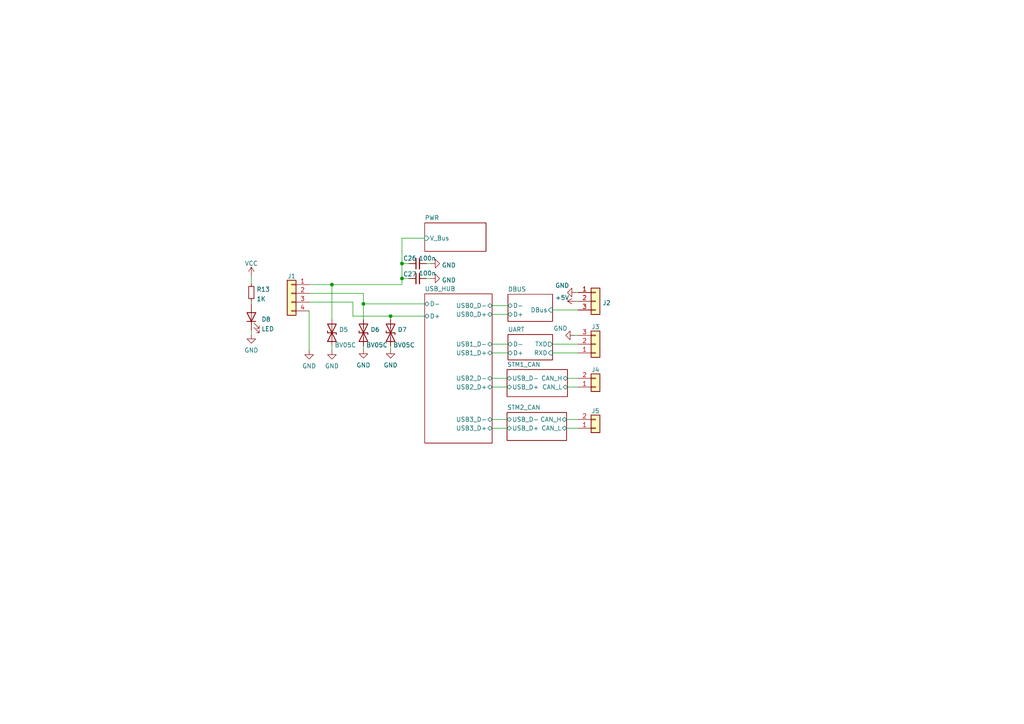
<source format=kicad_sch>
(kicad_sch (version 20211123) (generator eeschema)
  (paper "A4")
  (lib_symbols
    (symbol "Connector_Generic:Conn_01x02" (pin_names (offset 1.016) hide)
      (property "Reference" "J" (at 0 2.54 0))
      (property "Value" "Conn_01x02" (at 0 -5.08 0))
      (symbol "Conn_01x02_1_1"
        (rectangle (start -1.27 -2.413) (end 0 -2.667) (stroke (width 0.1524)))
        (rectangle (start -1.27 0.127) (end 0 -0.127) (stroke (width 0.1524)))
        (rectangle (start -1.27 1.27) (end 1.27 -3.81) (stroke (width 0.254)) (fill (type background)))
        (pin passive line (at -5.08 0 0) (length 3.81) (name "Pin_1") (number "1"))
        (pin passive line (at -5.08 -2.54 0) (length 3.81) (name "Pin_2") (number "2"))
      )
    )
    (symbol "Connector_Generic:Conn_01x03" (pin_names (offset 1.016) hide)
      (property "Reference" "J" (at 0 5.08 0))
      (property "Value" "Conn_01x03" (at 0 -5.08 0))
      (symbol "Conn_01x03_1_1"
        (rectangle (start -1.27 -2.413) (end 0 -2.667) (stroke (width 0.1524)))
        (rectangle (start -1.27 0.127) (end 0 -0.127) (stroke (width 0.1524)))
        (rectangle (start -1.27 2.667) (end 0 2.413) (stroke (width 0.1524)))
        (rectangle (start -1.27 3.81) (end 1.27 -3.81) (stroke (width 0.254)) (fill (type background)))
        (pin passive line (at -5.08 2.54 0) (length 3.81) (name "Pin_1") (number "1"))
        (pin passive line (at -5.08 0 0) (length 3.81) (name "Pin_2") (number "2"))
        (pin passive line (at -5.08 -2.54 0) (length 3.81) (name "Pin_3") (number "3"))
      )
    )
    (symbol "Connector_Generic:Conn_01x04" (pin_names (offset 1.016) hide)
      (property "Reference" "J" (at 0 5.08 0))
      (property "Value" "Conn_01x04" (at 0 -7.62 0))
      (symbol "Conn_01x04_1_1"
        (rectangle (start -1.27 -4.953) (end 0 -5.207) (stroke (width 0.1524)))
        (rectangle (start -1.27 -2.413) (end 0 -2.667) (stroke (width 0.1524)))
        (rectangle (start -1.27 0.127) (end 0 -0.127) (stroke (width 0.1524)))
        (rectangle (start -1.27 2.667) (end 0 2.413) (stroke (width 0.1524)))
        (rectangle (start -1.27 3.81) (end 1.27 -6.35) (stroke (width 0.254)) (fill (type background)))
        (pin passive line (at -5.08 2.54 0) (length 3.81) (name "Pin_1") (number "1"))
        (pin passive line (at -5.08 0 0) (length 3.81) (name "Pin_2") (number "2"))
        (pin passive line (at -5.08 -2.54 0) (length 3.81) (name "Pin_3") (number "3"))
        (pin passive line (at -5.08 -5.08 0) (length 3.81) (name "Pin_4") (number "4"))
      )
    )
    (symbol "Device:C_Small" (pin_numbers hide) (pin_names (offset 0.254) hide)
      (property "Reference" "C" (at 0.254 1.778 0))
      (property "Value" "C_Small" (at 0.254 -2.032 0))
      (symbol "C_Small_0_1"
        (polyline (pts (xy -1.524 -0.508) (xy 1.524 -0.508)) (stroke (width 0.3302)))
        (polyline (pts (xy -1.524 0.508) (xy 1.524 0.508)) (stroke (width 0.3048)))
      )
      (symbol "C_Small_1_1"
        (pin passive line (at 0 2.54 270) (length 2.032) (name "~") (number "1"))
        (pin passive line (at 0 -2.54 90) (length 2.032) (name "~") (number "2"))
      )
    )
    (symbol "Device:D_TVS" (pin_numbers hide) (pin_names (offset 1.016) hide)
      (property "Reference" "D" (at 0 2.54 0))
      (property "Value" "D_TVS" (at 0 -2.54 0))
      (symbol "D_TVS_0_1"
        (polyline (pts (xy 1.27 0) (xy -1.27 0)))
        (polyline (pts (xy 0.508 1.27) (xy 0 1.27) (xy 0 -1.27) (xy -0.508 -1.27)) (stroke (width 0.254)))
        (polyline (pts (xy -2.54 1.27) (xy -2.54 -1.27) (xy 2.54 1.27) (xy 2.54 -1.27) (xy -2.54 1.27)) (stroke (width 0.254)))
      )
      (symbol "D_TVS_1_1"
        (pin passive line (at -3.81 0 0) (length 2.54) (name "A1") (number "1"))
        (pin passive line (at 3.81 0 180) (length 2.54) (name "A2") (number "2"))
      )
    )
    (symbol "Device:LED" (pin_numbers hide) (pin_names (offset 1.016) hide)
      (property "Reference" "D" (at 0 2.54 0))
      (property "Value" "LED" (at 0 -2.54 0))
      (symbol "LED_0_1"
        (polyline (pts (xy -1.27 -1.27) (xy -1.27 1.27)) (stroke (width 0.254)))
        (polyline (pts (xy -1.27 0) (xy 1.27 0)))
        (polyline (pts (xy 1.27 -1.27) (xy 1.27 1.27) (xy -1.27 0) (xy 1.27 -1.27)) (stroke (width 0.254)))
        (polyline (pts (xy -3.048 -0.762) (xy -4.572 -2.286) (xy -3.81 -2.286) (xy -4.572 -2.286) (xy -4.572 -1.524)))
        (polyline (pts (xy -1.778 -0.762) (xy -3.302 -2.286) (xy -2.54 -2.286) (xy -3.302 -2.286) (xy -3.302 -1.524)))
      )
      (symbol "LED_1_1"
        (pin passive line (at -3.81 0 0) (length 2.54) (name "K") (number "1"))
        (pin passive line (at 3.81 0 180) (length 2.54) (name "A") (number "2"))
      )
    )
    (symbol "Device:R_Small" (pin_numbers hide) (pin_names (offset 0.254) hide)
      (property "Reference" "R" (at 0.762 0.508 0))
      (property "Value" "R_Small" (at 0.762 -1.016 0))
      (symbol "R_Small_0_1"
        (rectangle (start -0.762 1.778) (end 0.762 -1.778) (stroke (width 0.2032)))
      )
      (symbol "R_Small_1_1"
        (pin passive line (at 0 2.54 270) (length 0.762) (name "~") (number "1"))
        (pin passive line (at 0 -2.54 90) (length 0.762) (name "~") (number "2"))
      )
    )
    (symbol "power:+5V" (power) (pin_names (offset 0))
      (property "Value" "+5V" (at 0 3.556 0))
      (symbol "+5V_0_1"
        (polyline (pts (xy -0.762 1.27) (xy 0 2.54)))
        (polyline (pts (xy 0 0) (xy 0 2.54)))
        (polyline (pts (xy 0 2.54) (xy 0.762 1.27)))
      )
      (symbol "+5V_1_1"
        (pin power_in line (at 0 0 90) (length 0) hide (name "+5V") (number "1"))
      )
    )
    (symbol "power:GND" (power) (pin_names (offset 0))
      (property "Value" "GND" (at 0 -3.81 0))
      (symbol "GND_0_1"
        (polyline (pts (xy 0 0) (xy 0 -1.27) (xy 1.27 -1.27) (xy 0 -2.54) (xy -1.27 -1.27) (xy 0 -1.27)))
      )
      (symbol "GND_1_1"
        (pin power_in line (at 0 0 270) (length 0) hide (name "GND") (number "1"))
      )
    )
    (symbol "power:VCC" (power) (pin_names (offset 0))
      (property "Value" "VCC" (at 0 3.81 0))
      (symbol "VCC_0_1"
        (polyline (pts (xy -0.762 1.27) (xy 0 2.54)))
        (polyline (pts (xy 0 0) (xy 0 2.54)))
        (polyline (pts (xy 0 2.54) (xy 0.762 1.27)))
      )
      (symbol "VCC_1_1"
        (pin power_in line (at 0 0 90) (length 0) hide (name "VCC") (number "1"))
      )
    )
  )
  (junction (at 116.586 80.772))
  (junction (at 96.266 82.55))
  (junction (at 105.41 88.138))
  (junction (at 113.284 91.694))
  (junction (at 116.586 76.454))
  (wire (pts (xy 116.586 80.772) (xy 118.618 80.772)))
  (wire (pts (xy 105.41 88.138) (xy 123.19 88.138)))
  (wire (pts (xy 142.748 88.646) (xy 147.32 88.646)))
  (wire (pts (xy 164.592 112.268) (xy 167.64 112.268)))
  (wire (pts (xy 96.266 82.55) (xy 116.586 82.55)))
  (wire (pts (xy 89.662 85.09) (xy 105.41 85.09)))
  (wire (pts (xy 96.266 82.55) (xy 96.266 92.71)))
  (wire (pts (xy 89.662 87.63) (xy 102.362 87.63)))
  (wire (pts (xy 89.662 82.55) (xy 96.266 82.55)))
  (wire (pts (xy 142.748 124.206) (xy 147.066 124.206)))
  (wire (pts (xy 167.132 87.376) (xy 167.64 87.376)))
  (wire (pts (xy 116.586 69.088) (xy 116.586 76.454)))
  (wire (pts (xy 164.592 109.728) (xy 167.64 109.728)))
  (wire (pts (xy 105.41 88.138) (xy 105.41 92.71)))
  (wire (pts (xy 102.362 91.694) (xy 113.284 91.694)))
  (wire (pts (xy 89.662 90.17) (xy 89.662 101.6)))
  (wire (pts (xy 160.274 89.916) (xy 167.64 89.916)))
  (wire (pts (xy 116.586 69.088) (xy 123.19 69.088)))
  (wire (pts (xy 166.624 97.282) (xy 167.64 97.282)))
  (wire (pts (xy 72.898 95.758) (xy 72.898 97.028)))
  (wire (pts (xy 113.284 100.33) (xy 113.284 101.346)))
  (wire (pts (xy 105.41 85.09) (xy 105.41 88.138)))
  (wire (pts (xy 113.284 91.694) (xy 123.19 91.694)))
  (wire (pts (xy 113.284 91.694) (xy 113.284 92.71)))
  (wire (pts (xy 123.698 76.454) (xy 124.968 76.454)))
  (wire (pts (xy 72.898 87.376) (xy 72.898 88.138)))
  (wire (pts (xy 142.748 91.186) (xy 147.32 91.186)))
  (wire (pts (xy 142.748 109.728) (xy 147.066 109.728)))
  (wire (pts (xy 164.338 121.666) (xy 167.64 121.666)))
  (wire (pts (xy 116.586 76.454) (xy 116.586 80.772)))
  (wire (pts (xy 164.338 124.206) (xy 167.64 124.206)))
  (wire (pts (xy 96.266 100.33) (xy 96.266 101.6)))
  (wire (pts (xy 160.274 99.822) (xy 167.64 99.822)))
  (wire (pts (xy 160.274 102.362) (xy 167.64 102.362)))
  (wire (pts (xy 102.362 87.63) (xy 102.362 91.694)))
  (wire (pts (xy 72.898 80.01) (xy 72.898 82.296)))
  (wire (pts (xy 116.586 82.55) (xy 116.586 80.772)))
  (wire (pts (xy 142.748 112.268) (xy 147.066 112.268)))
  (wire (pts (xy 105.41 100.33) (xy 105.41 101.346)))
  (wire (pts (xy 116.586 76.454) (xy 118.618 76.454)))
  (wire (pts (xy 167.132 84.836) (xy 167.64 84.836)))
  (wire (pts (xy 123.698 80.772) (xy 124.968 80.772)))
  (wire (pts (xy 142.748 102.362) (xy 147.32 102.362)))
  (wire (pts (xy 142.748 121.666) (xy 147.066 121.666)))
  (wire (pts (xy 142.748 99.822) (xy 147.32 99.822)))
  (symbol (lib_id "power:GND") (at 166.624 97.282 270) (unit 1)
    (property "Reference" "#PWR029" (effects hide))
    (property "Value" "GND" (at 164.592 95.25 90) (effects (justify right)))
  )
  (symbol (lib_id "power:GND") (at 113.284 101.346 0) (unit 1)
    (property "Reference" "#PWR031" (effects hide))
    (property "Value" "GND" (at 113.284 105.9085 0))
  )
  (symbol (lib_id "Device:R_Small") (at 72.898 84.836 0) (unit 1)
    (property "Reference" "R13" (at 74.3966 83.9275 0) (effects (justify left)))
    (property "Value" "1K" (at 74.3966 86.7026 0) (effects (justify left)))
    (property "Footprint" "Resistor_SMD:R_0603_1608Metric" (effects hide))
  )
  (symbol (lib_id "power:GND") (at 72.898 97.028 0) (unit 1)
    (property "Reference" "#PWR034" (effects hide))
    (property "Value" "GND" (at 72.898 101.5905 0))
  )
  (symbol (lib_id "Device:D_TVS") (at 105.41 96.52 90) (unit 1)
    (property "Reference" "D6" (at 107.442 95.6115 90) (effects (justify right)))
    (property "Value" "BV05C" (at 106.172 100.076 90) (effects (justify right)))
    (property "Footprint" "Diode_SMD:D_SOD-323" (effects hide))
  )
  (symbol (lib_id "Connector_Generic:Conn_01x04") (at 84.582 85.09 0) (mirror y) (unit 1)
    (property "Reference" "J1" (at 84.582 80.0885 0))
    (property "Value" "Conn_01x04" (effects hide))
    (property "Footprint" "Connector_Molex:Molex_Panelmate_53780-0470_1x04-1MP_P1.25mm_Horizontal" (effects hide))
  )
  (symbol (lib_id "Device:C_Small") (at 121.158 80.772 90) (unit 1)
    (property "Reference" "C27" (at 118.872 79.502 90))
    (property "Value" "100n" (at 123.952 79.248 90))
    (property "Footprint" "Capacitor_SMD:C_0603_1608Metric" (effects hide))
  )
  (symbol (lib_id "power:+5V") (at 167.132 87.376 90) (unit 1)
    (property "Reference" "#PWR028" (effects hide))
    (property "Value" "+5V" (at 165.1 86.36 90) (effects (justify left)))
  )
  (symbol (lib_id "power:GND") (at 105.41 101.346 0) (unit 1)
    (property "Reference" "#PWR030" (effects hide))
    (property "Value" "GND" (at 105.41 105.9085 0))
  )
  (symbol (lib_id "Connector_Generic:Conn_01x03") (at 172.72 99.822 0) (mirror x) (unit 1)
    (property "Reference" "J3" (at 172.72 94.8205 0))
    (property "Value" "Conn_01x03" (effects hide))
    (property "Footprint" "Connector_JST:JST_GH_SM03B-GHS-TB_1x03-1MP_P1.25mm_Horizontal" (effects hide))
  )
  (symbol (lib_id "power:GND") (at 124.968 76.454 90) (unit 1)
    (property "Reference" "#PWR025" (effects hide))
    (property "Value" "GND" (at 128.143 76.933 90) (effects (justify right)))
  )
  (symbol (lib_id "power:GND") (at 89.662 101.6 0) (unit 1)
    (property "Reference" "#PWR0131" (effects hide))
    (property "Value" "GND" (at 89.662 106.1625 0))
  )
  (symbol (lib_id "Connector_Generic:Conn_01x02") (at 172.72 124.206 0) (mirror x) (unit 1)
    (property "Reference" "J5" (at 172.72 119.2045 0))
    (property "Value" "Conn_01x02" (effects hide))
    (property "Footprint" "Connector_JST:JST_GH_SM02B-GHS-TB_1x02-1MP_P1.25mm_Horizontal" (effects hide))
  )
  (symbol (lib_id "Connector_Generic:Conn_01x02") (at 172.72 112.268 0) (mirror x) (unit 1)
    (property "Reference" "J4" (at 172.72 107.2665 0))
    (property "Value" "Conn_01x02" (effects hide))
    (property "Footprint" "Connector_JST:JST_GH_SM02B-GHS-TB_1x02-1MP_P1.25mm_Horizontal" (effects hide))
  )
  (symbol (lib_id "Device:D_TVS") (at 96.266 96.52 90) (unit 1)
    (property "Reference" "D5" (at 98.298 95.6115 90) (effects (justify right)))
    (property "Value" "BV05C" (at 97.028 100.076 90) (effects (justify right)))
    (property "Footprint" "Diode_SMD:D_SOD-323" (effects hide))
  )
  (symbol (lib_id "Device:C_Small") (at 121.158 76.454 90) (unit 1)
    (property "Reference" "C26" (at 118.872 74.93 90))
    (property "Value" "100n" (at 123.952 74.93 90))
    (property "Footprint" "Capacitor_SMD:C_0603_1608Metric" (effects hide))
  )
  (symbol (lib_id "power:GND") (at 96.266 101.6 0) (unit 1)
    (property "Reference" "#PWR032" (effects hide))
    (property "Value" "GND" (at 96.266 106.1625 0))
  )
  (symbol (lib_id "power:GND") (at 124.968 80.772 90) (unit 1)
    (property "Reference" "#PWR026" (effects hide))
    (property "Value" "GND" (at 128.143 81.251 90) (effects (justify right)))
  )
  (symbol (lib_id "power:GND") (at 167.132 84.836 270) (unit 1)
    (property "Reference" "#PWR027" (effects hide))
    (property "Value" "GND" (at 165.1 82.804 90) (effects (justify right)))
  )
  (symbol (lib_id "power:VCC") (at 72.898 80.01 0) (unit 1)
    (property "Reference" "#PWR033" (effects hide))
    (property "Value" "VCC" (at 72.898 76.4055 0))
  )
  (symbol (lib_id "Device:D_TVS") (at 113.284 96.52 90) (unit 1)
    (property "Reference" "D7" (at 115.316 95.6115 90) (effects (justify right)))
    (property "Value" "BV05C" (at 114.046 100.076 90) (effects (justify right)))
    (property "Footprint" "Diode_SMD:D_SOD-323" (effects hide))
  )
  (symbol (lib_id "Connector_Generic:Conn_01x03") (at 172.72 87.376 0) (unit 1)
    (property "Reference" "J2" (at 174.752 87.855 0) (effects (justify left)))
    (property "Value" "Conn_01x03" (effects hide))
    (property "Footprint" "Connector_JST:JST_GH_SM03B-GHS-TB_1x03-1MP_P1.25mm_Horizontal" (effects hide))
  )
  (symbol (lib_id "Device:LED") (at 72.898 91.948 90) (unit 1)
    (property "Reference" "D8" (at 75.819 92.627 90) (effects (justify right)))
    (property "Value" "LED" (at 75.819 95.4021 90) (effects (justify right)))
    (property "Footprint" "LED_SMD:LED_0603_1608Metric" (effects hide))
  )
  (sheet (at 147.32 97.028) (size 12.954 7.366) (stroke (width 0.1524))
    (property "Sheet name" "UART" (at 147.32 96.3164 0) (effects (justify left bottom)))
    (property "Sheet file" "UART.kicad_sch" (effects hide))
    (pin "D-" bidirectional (at 147.32 99.822 180))
    (pin "D+" bidirectional (at 147.32 102.362 180))
    (pin "TXD" output (at 160.274 99.822 0))
    (pin "RXD" input (at 160.274 102.362 0))
  )
  (sheet (at 123.19 64.643) (size 17.78 8.255) (stroke (width 0.1524))
    (property "Sheet name" "PWR" (at 123.19 63.9314 0) (effects (justify left bottom)))
    (property "Sheet file" "PWR.kicad_sch" (effects hide))
    (pin "V_Bus" input (at 123.19 69.088 180))
  )
  (sheet (at 147.32 85.344) (size 12.954 7.874) (stroke (width 0.1524))
    (property "Sheet name" "DBUS" (at 147.32 84.6324 0) (effects (justify left bottom)))
    (property "Sheet file" "DBUS.kicad_sch" (effects hide))
    (pin "D-" bidirectional (at 147.32 88.646 180))
    (pin "D+" bidirectional (at 147.32 91.186 180))
    (pin "DBus" input (at 160.274 89.916 0))
  )
  (sheet (at 147.066 107.188) (size 17.526 7.874) (stroke (width 0.1524))
    (property "Sheet name" "STM1_CAN" (at 147.066 106.4764 0) (effects (justify left bottom)))
    (property "Sheet file" "STM1_CAN.kicad_sch" (effects hide))
    (pin "CAN_L" bidirectional (at 164.592 112.268 0))
    (pin "CAN_H" bidirectional (at 164.592 109.728 0))
    (pin "USB_D-" bidirectional (at 147.066 109.728 180))
    (pin "USB_D+" bidirectional (at 147.066 112.268 180))
  )
  (sheet (at 147.066 119.634) (size 17.272 8.128) (stroke (width 0.1524))
    (property "Sheet name" "STM2_CAN" (at 147.066 118.9224 0) (effects (justify left bottom)))
    (property "Sheet file" "STM2_CAN.kicad_sch" (effects hide))
    (pin "CAN_L" bidirectional (at 164.338 124.206 0))
    (pin "CAN_H" bidirectional (at 164.338 121.666 0))
    (pin "USB_D-" bidirectional (at 147.066 121.666 180))
    (pin "USB_D+" bidirectional (at 147.066 124.206 180))
  )
  (sheet (at 123.19 85.217) (size 19.558 43.307) (stroke (width 0.1524))
    (property "Sheet name" "USB_HUB" (at 123.19 84.5054 0) (effects (justify left bottom)))
    (property "Sheet file" "USB_HUB.kicad_sch" (effects hide))
    (pin "D+" bidirectional (at 123.19 91.694 180))
    (pin "D-" bidirectional (at 123.19 88.138 180))
    (pin "USB1_D+" bidirectional (at 142.748 102.362 0))
    (pin "USB1_D-" bidirectional (at 142.748 99.822 0))
    (pin "USB0_D-" bidirectional (at 142.748 88.646 0))
    (pin "USB0_D+" bidirectional (at 142.748 91.186 0))
    (pin "USB2_D-" bidirectional (at 142.748 109.728 0))
    (pin "USB2_D+" bidirectional (at 142.748 112.268 0))
    (pin "USB3_D-" bidirectional (at 142.748 121.666 0))
    (pin "USB3_D+" bidirectional (at 142.748 124.206 0))
  )
)
</source>
